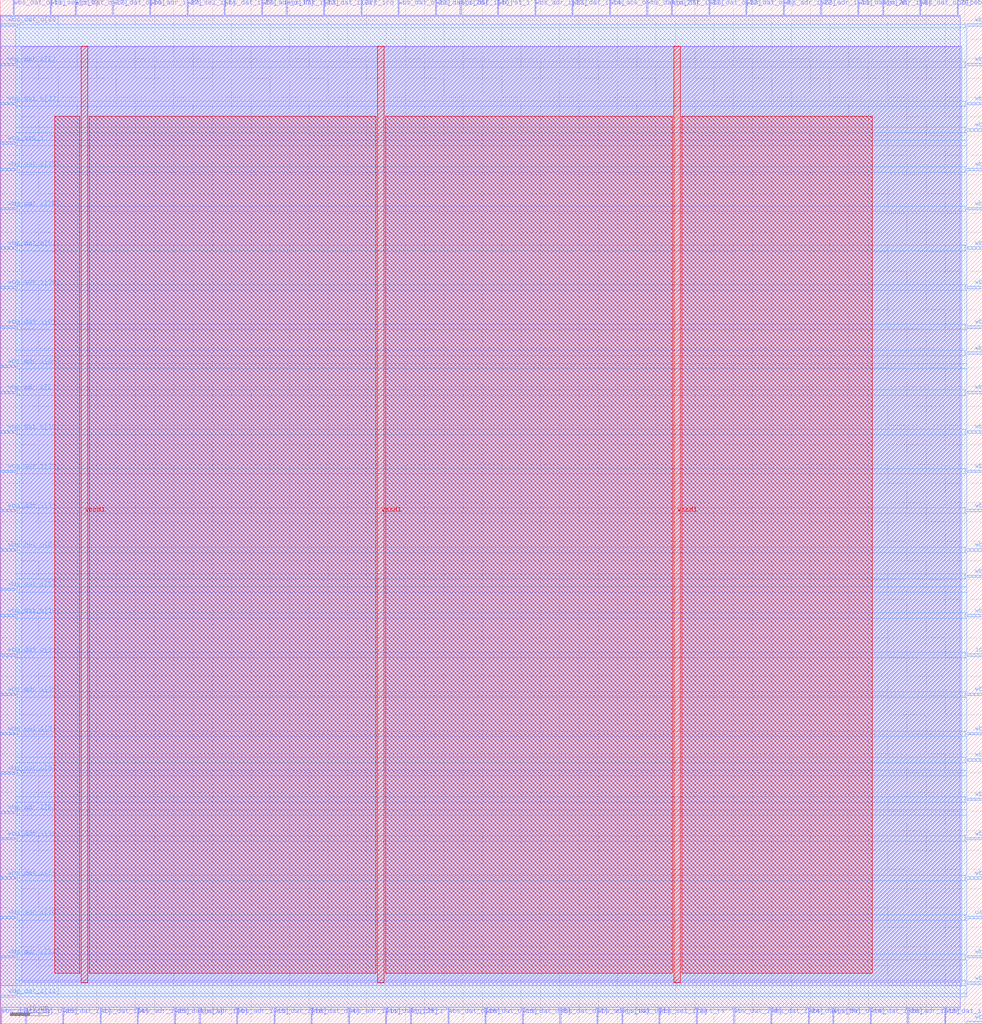
<source format=lef>
VERSION 5.7 ;
  NOWIREEXTENSIONATPIN ON ;
  DIVIDERCHAR "/" ;
  BUSBITCHARS "[]" ;
MACRO uart_macro_wrapper
  CLASS BLOCK ;
  FOREIGN uart_macro_wrapper ;
  ORIGIN 0.000 0.000 ;
  SIZE 254.530 BY 265.250 ;
  PIN io_oeb[0]
    DIRECTION OUTPUT TRISTATE ;
    USE SIGNAL ;
    PORT
      LAYER met3 ;
        RECT 250.530 95.240 254.530 95.840 ;
    END
  END io_oeb[0]
  PIN io_oeb[1]
    DIRECTION OUTPUT TRISTATE ;
    USE SIGNAL ;
    PORT
      LAYER met2 ;
        RECT 248.030 261.250 248.310 265.250 ;
    END
  END io_oeb[1]
  PIN uart_irq
    DIRECTION OUTPUT TRISTATE ;
    USE SIGNAL ;
    ANTENNADIFFAREA 2.673000 ;
    PORT
      LAYER met2 ;
        RECT 93.470 261.250 93.750 265.250 ;
    END
  END uart_irq
  PIN uart_rx
    DIRECTION INPUT ;
    USE SIGNAL ;
    ANTENNAGATEAREA 0.196500 ;
    PORT
      LAYER met2 ;
        RECT 180.410 0.000 180.690 4.000 ;
    END
  END uart_rx
  PIN uart_tx
    DIRECTION OUTPUT TRISTATE ;
    USE SIGNAL ;
    ANTENNADIFFAREA 2.673000 ;
    PORT
      LAYER met3 ;
        RECT 250.530 27.240 254.530 27.840 ;
    END
  END uart_tx
  PIN vccd1
    DIRECTION INOUT ;
    USE POWER ;
    PORT
      LAYER met4 ;
        RECT 21.040 10.640 22.640 253.200 ;
    END
    PORT
      LAYER met4 ;
        RECT 174.640 10.640 176.240 253.200 ;
    END
  END vccd1
  PIN vssd1
    DIRECTION INOUT ;
    USE GROUND ;
    PORT
      LAYER met4 ;
        RECT 97.840 10.640 99.440 253.200 ;
    END
  END vssd1
  PIN wb_clk_i
    DIRECTION INPUT ;
    USE SIGNAL ;
    ANTENNAGATEAREA 0.852000 ;
    PORT
      LAYER met2 ;
        RECT 106.350 0.000 106.630 4.000 ;
    END
  END wb_clk_i
  PIN wb_rst_i
    DIRECTION INPUT ;
    USE SIGNAL ;
    ANTENNAGATEAREA 0.196500 ;
    PORT
      LAYER met2 ;
        RECT 128.890 261.250 129.170 265.250 ;
    END
  END wb_rst_i
  PIN wbs_ack_o
    DIRECTION OUTPUT TRISTATE ;
    USE SIGNAL ;
    ANTENNADIFFAREA 2.673000 ;
    PORT
      LAYER met2 ;
        RECT 157.870 261.250 158.150 265.250 ;
    END
  END wbs_ack_o
  PIN wbs_adr_i[0]
    DIRECTION INPUT ;
    USE SIGNAL ;
    ANTENNAGATEAREA 0.126000 ;
    PORT
      LAYER met2 ;
        RECT 51.610 0.000 51.890 4.000 ;
    END
  END wbs_adr_i[0]
  PIN wbs_adr_i[10]
    DIRECTION INPUT ;
    USE SIGNAL ;
    ANTENNAGATEAREA 0.126000 ;
    PORT
      LAYER met3 ;
        RECT 0.000 27.240 4.000 27.840 ;
    END
  END wbs_adr_i[10]
  PIN wbs_adr_i[11]
    DIRECTION INPUT ;
    USE SIGNAL ;
    ANTENNAGATEAREA 0.196500 ;
    PORT
      LAYER met2 ;
        RECT 90.250 0.000 90.530 4.000 ;
    END
  END wbs_adr_i[11]
  PIN wbs_adr_i[12]
    DIRECTION INPUT ;
    USE SIGNAL ;
    ANTENNAGATEAREA 0.213000 ;
    PORT
      LAYER met2 ;
        RECT 235.150 0.000 235.430 4.000 ;
    END
  END wbs_adr_i[12]
  PIN wbs_adr_i[13]
    DIRECTION INPUT ;
    USE SIGNAL ;
    ANTENNAGATEAREA 0.126000 ;
    PORT
      LAYER met3 ;
        RECT 250.530 231.240 254.530 231.840 ;
    END
  END wbs_adr_i[13]
  PIN wbs_adr_i[14]
    DIRECTION INPUT ;
    USE SIGNAL ;
    ANTENNAGATEAREA 0.126000 ;
    PORT
      LAYER met2 ;
        RECT 154.650 0.000 154.930 4.000 ;
    END
  END wbs_adr_i[14]
  PIN wbs_adr_i[15]
    DIRECTION INPUT ;
    USE SIGNAL ;
    ANTENNAGATEAREA 0.126000 ;
    PORT
      LAYER met3 ;
        RECT 0.000 85.040 4.000 85.640 ;
    END
  END wbs_adr_i[15]
  PIN wbs_adr_i[16]
    DIRECTION INPUT ;
    USE SIGNAL ;
    PORT
      LAYER met3 ;
        RECT 250.530 210.840 254.530 211.440 ;
    END
  END wbs_adr_i[16]
  PIN wbs_adr_i[17]
    DIRECTION INPUT ;
    USE SIGNAL ;
    PORT
      LAYER met2 ;
        RECT 67.710 261.250 67.990 265.250 ;
    END
  END wbs_adr_i[17]
  PIN wbs_adr_i[18]
    DIRECTION INPUT ;
    USE SIGNAL ;
    PORT
      LAYER met2 ;
        RECT 61.270 0.000 61.550 4.000 ;
    END
  END wbs_adr_i[18]
  PIN wbs_adr_i[19]
    DIRECTION INPUT ;
    USE SIGNAL ;
    PORT
      LAYER met3 ;
        RECT 0.000 47.640 4.000 48.240 ;
    END
  END wbs_adr_i[19]
  PIN wbs_adr_i[1]
    DIRECTION INPUT ;
    USE SIGNAL ;
    ANTENNAGATEAREA 0.126000 ;
    PORT
      LAYER met3 ;
        RECT 250.530 105.440 254.530 106.040 ;
    END
  END wbs_adr_i[1]
  PIN wbs_adr_i[20]
    DIRECTION INPUT ;
    USE SIGNAL ;
    PORT
      LAYER met3 ;
        RECT 0.000 170.040 4.000 170.640 ;
    END
  END wbs_adr_i[20]
  PIN wbs_adr_i[21]
    DIRECTION INPUT ;
    USE SIGNAL ;
    PORT
      LAYER met3 ;
        RECT 250.530 238.040 254.530 238.640 ;
    END
  END wbs_adr_i[21]
  PIN wbs_adr_i[22]
    DIRECTION INPUT ;
    USE SIGNAL ;
    PORT
      LAYER met2 ;
        RECT 202.950 261.250 203.230 265.250 ;
    END
  END wbs_adr_i[22]
  PIN wbs_adr_i[23]
    DIRECTION INPUT ;
    USE SIGNAL ;
    PORT
      LAYER met2 ;
        RECT 138.550 261.250 138.830 265.250 ;
    END
  END wbs_adr_i[23]
  PIN wbs_adr_i[24]
    DIRECTION INPUT ;
    USE SIGNAL ;
    PORT
      LAYER met3 ;
        RECT 0.000 163.240 4.000 163.840 ;
    END
  END wbs_adr_i[24]
  PIN wbs_adr_i[25]
    DIRECTION INPUT ;
    USE SIGNAL ;
    PORT
      LAYER met2 ;
        RECT 35.510 0.000 35.790 4.000 ;
    END
  END wbs_adr_i[25]
  PIN wbs_adr_i[26]
    DIRECTION INPUT ;
    USE SIGNAL ;
    PORT
      LAYER met3 ;
        RECT 0.000 190.440 4.000 191.040 ;
    END
  END wbs_adr_i[26]
  PIN wbs_adr_i[27]
    DIRECTION INPUT ;
    USE SIGNAL ;
    PORT
      LAYER met2 ;
        RECT 38.730 261.250 39.010 265.250 ;
    END
  END wbs_adr_i[27]
  PIN wbs_adr_i[28]
    DIRECTION INPUT ;
    USE SIGNAL ;
    PORT
      LAYER met3 ;
        RECT 250.530 248.240 254.530 248.840 ;
    END
  END wbs_adr_i[28]
  PIN wbs_adr_i[29]
    DIRECTION INPUT ;
    USE SIGNAL ;
    PORT
      LAYER met3 ;
        RECT 0.000 142.840 4.000 143.440 ;
    END
  END wbs_adr_i[29]
  PIN wbs_adr_i[2]
    DIRECTION INPUT ;
    USE SIGNAL ;
    ANTENNAGATEAREA 0.126000 ;
    PORT
      LAYER met3 ;
        RECT 250.530 74.840 254.530 75.440 ;
    END
  END wbs_adr_i[2]
  PIN wbs_adr_i[30]
    DIRECTION INPUT ;
    USE SIGNAL ;
    PORT
      LAYER met2 ;
        RECT 212.610 261.250 212.890 265.250 ;
    END
  END wbs_adr_i[30]
  PIN wbs_adr_i[31]
    DIRECTION INPUT ;
    USE SIGNAL ;
    PORT
      LAYER met3 ;
        RECT 0.000 17.040 4.000 17.640 ;
    END
  END wbs_adr_i[31]
  PIN wbs_adr_i[3]
    DIRECTION INPUT ;
    USE SIGNAL ;
    ANTENNAGATEAREA 0.126000 ;
    PORT
      LAYER met3 ;
        RECT 250.530 68.040 254.530 68.640 ;
    END
  END wbs_adr_i[3]
  PIN wbs_adr_i[4]
    DIRECTION INPUT ;
    USE SIGNAL ;
    ANTENNAGATEAREA 0.126000 ;
    PORT
      LAYER met3 ;
        RECT 250.530 221.040 254.530 221.640 ;
    END
  END wbs_adr_i[4]
  PIN wbs_adr_i[5]
    DIRECTION INPUT ;
    USE SIGNAL ;
    ANTENNAGATEAREA 0.126000 ;
    PORT
      LAYER met3 ;
        RECT 250.530 190.440 254.530 191.040 ;
    END
  END wbs_adr_i[5]
  PIN wbs_adr_i[6]
    DIRECTION INPUT ;
    USE SIGNAL ;
    ANTENNAGATEAREA 0.126000 ;
    PORT
      LAYER met3 ;
        RECT 250.530 173.440 254.530 174.040 ;
    END
  END wbs_adr_i[6]
  PIN wbs_adr_i[7]
    DIRECTION INPUT ;
    USE SIGNAL ;
    ANTENNAGATEAREA 0.159000 ;
    PORT
      LAYER met3 ;
        RECT 0.000 132.640 4.000 133.240 ;
    END
  END wbs_adr_i[7]
  PIN wbs_adr_i[8]
    DIRECTION INPUT ;
    USE SIGNAL ;
    ANTENNAGATEAREA 0.126000 ;
    PORT
      LAYER met2 ;
        RECT 228.710 261.250 228.990 265.250 ;
    END
  END wbs_adr_i[8]
  PIN wbs_adr_i[9]
    DIRECTION INPUT ;
    USE SIGNAL ;
    ANTENNAGATEAREA 0.126000 ;
    PORT
      LAYER met3 ;
        RECT 0.000 54.440 4.000 55.040 ;
    END
  END wbs_adr_i[9]
  PIN wbs_cyc_i
    DIRECTION INPUT ;
    USE SIGNAL ;
    ANTENNAGATEAREA 0.126000 ;
    PORT
      LAYER met3 ;
        RECT 250.530 47.640 254.530 48.240 ;
    END
  END wbs_cyc_i
  PIN wbs_dat_i[0]
    DIRECTION INPUT ;
    USE SIGNAL ;
    ANTENNAGATEAREA 0.560700 ;
    ANTENNADIFFAREA 0.434700 ;
    PORT
      LAYER met3 ;
        RECT 0.000 180.240 4.000 180.840 ;
    END
  END wbs_dat_i[0]
  PIN wbs_dat_i[10]
    DIRECTION INPUT ;
    USE SIGNAL ;
    ANTENNAGATEAREA 0.126000 ;
    PORT
      LAYER met2 ;
        RECT 119.230 261.250 119.510 265.250 ;
    END
  END wbs_dat_i[10]
  PIN wbs_dat_i[11]
    DIRECTION INPUT ;
    USE SIGNAL ;
    ANTENNAGATEAREA 0.126000 ;
    PORT
      LAYER met3 ;
        RECT 0.000 6.840 4.000 7.440 ;
    END
  END wbs_dat_i[11]
  PIN wbs_dat_i[12]
    DIRECTION INPUT ;
    USE SIGNAL ;
    ANTENNAGATEAREA 0.126000 ;
    PORT
      LAYER met3 ;
        RECT 250.530 132.640 254.530 133.240 ;
    END
  END wbs_dat_i[12]
  PIN wbs_dat_i[13]
    DIRECTION INPUT ;
    USE SIGNAL ;
    ANTENNAGATEAREA 0.126000 ;
    PORT
      LAYER met2 ;
        RECT 74.150 261.250 74.430 265.250 ;
    END
  END wbs_dat_i[13]
  PIN wbs_dat_i[14]
    DIRECTION INPUT ;
    USE SIGNAL ;
    ANTENNAGATEAREA 0.126000 ;
    PORT
      LAYER met2 ;
        RECT 148.210 261.250 148.490 265.250 ;
    END
  END wbs_dat_i[14]
  PIN wbs_dat_i[15]
    DIRECTION INPUT ;
    USE SIGNAL ;
    ANTENNAGATEAREA 0.126000 ;
    PORT
      LAYER met3 ;
        RECT 0.000 221.040 4.000 221.640 ;
    END
  END wbs_dat_i[15]
  PIN wbs_dat_i[16]
    DIRECTION INPUT ;
    USE SIGNAL ;
    PORT
      LAYER met2 ;
        RECT 70.930 0.000 71.210 4.000 ;
    END
  END wbs_dat_i[16]
  PIN wbs_dat_i[17]
    DIRECTION INPUT ;
    USE SIGNAL ;
    PORT
      LAYER met3 ;
        RECT 250.530 57.840 254.530 58.440 ;
    END
  END wbs_dat_i[17]
  PIN wbs_dat_i[18]
    DIRECTION INPUT ;
    USE SIGNAL ;
    PORT
      LAYER met3 ;
        RECT 250.530 17.040 254.530 17.640 ;
    END
  END wbs_dat_i[18]
  PIN wbs_dat_i[19]
    DIRECTION INPUT ;
    USE SIGNAL ;
    PORT
      LAYER met3 ;
        RECT 250.530 153.040 254.530 153.640 ;
    END
  END wbs_dat_i[19]
  PIN wbs_dat_i[1]
    DIRECTION INPUT ;
    USE SIGNAL ;
    ANTENNAGATEAREA 0.126000 ;
    PORT
      LAYER met2 ;
        RECT 16.190 0.000 16.470 4.000 ;
    END
  END wbs_dat_i[1]
  PIN wbs_dat_i[20]
    DIRECTION INPUT ;
    USE SIGNAL ;
    PORT
      LAYER met2 ;
        RECT 225.490 0.000 225.770 4.000 ;
    END
  END wbs_dat_i[20]
  PIN wbs_dat_i[21]
    DIRECTION INPUT ;
    USE SIGNAL ;
    PORT
      LAYER met2 ;
        RECT 83.810 261.250 84.090 265.250 ;
    END
  END wbs_dat_i[21]
  PIN wbs_dat_i[22]
    DIRECTION INPUT ;
    USE SIGNAL ;
    PORT
      LAYER met3 ;
        RECT 250.530 258.440 254.530 259.040 ;
    END
  END wbs_dat_i[22]
  PIN wbs_dat_i[23]
    DIRECTION INPUT ;
    USE SIGNAL ;
    PORT
      LAYER met3 ;
        RECT 250.530 10.240 254.530 10.840 ;
    END
  END wbs_dat_i[23]
  PIN wbs_dat_i[24]
    DIRECTION INPUT ;
    USE SIGNAL ;
    PORT
      LAYER met2 ;
        RECT 199.730 0.000 200.010 4.000 ;
    END
  END wbs_dat_i[24]
  PIN wbs_dat_i[25]
    DIRECTION INPUT ;
    USE SIGNAL ;
    PORT
      LAYER met2 ;
        RECT 99.910 0.000 100.190 4.000 ;
    END
  END wbs_dat_i[25]
  PIN wbs_dat_i[26]
    DIRECTION INPUT ;
    USE SIGNAL ;
    PORT
      LAYER met2 ;
        RECT 112.790 261.250 113.070 265.250 ;
    END
  END wbs_dat_i[26]
  PIN wbs_dat_i[27]
    DIRECTION INPUT ;
    USE SIGNAL ;
    PORT
      LAYER met2 ;
        RECT 58.050 261.250 58.330 265.250 ;
    END
  END wbs_dat_i[27]
  PIN wbs_dat_i[28]
    DIRECTION INPUT ;
    USE SIGNAL ;
    PORT
      LAYER met3 ;
        RECT 0.000 210.840 4.000 211.440 ;
    END
  END wbs_dat_i[28]
  PIN wbs_dat_i[29]
    DIRECTION INPUT ;
    USE SIGNAL ;
    PORT
      LAYER met3 ;
        RECT 250.530 0.040 254.530 0.640 ;
    END
  END wbs_dat_i[29]
  PIN wbs_dat_i[2]
    DIRECTION INPUT ;
    USE SIGNAL ;
    ANTENNAGATEAREA 0.126000 ;
    PORT
      LAYER met3 ;
        RECT 0.000 248.240 4.000 248.840 ;
    END
  END wbs_dat_i[2]
  PIN wbs_dat_i[30]
    DIRECTION INPUT ;
    USE SIGNAL ;
    PORT
      LAYER met2 ;
        RECT 209.390 0.000 209.670 4.000 ;
    END
  END wbs_dat_i[30]
  PIN wbs_dat_i[31]
    DIRECTION INPUT ;
    USE SIGNAL ;
    PORT
      LAYER met2 ;
        RECT 173.970 261.250 174.250 265.250 ;
    END
  END wbs_dat_i[31]
  PIN wbs_dat_i[3]
    DIRECTION INPUT ;
    USE SIGNAL ;
    ANTENNAGATEAREA 0.126000 ;
    PORT
      LAYER met3 ;
        RECT 0.000 37.440 4.000 38.040 ;
    END
  END wbs_dat_i[3]
  PIN wbs_dat_i[4]
    DIRECTION INPUT ;
    USE SIGNAL ;
    ANTENNAGATEAREA 0.126000 ;
    PORT
      LAYER met2 ;
        RECT 25.850 0.000 26.130 4.000 ;
    END
  END wbs_dat_i[4]
  PIN wbs_dat_i[5]
    DIRECTION INPUT ;
    USE SIGNAL ;
    ANTENNAGATEAREA 0.126000 ;
    PORT
      LAYER met3 ;
        RECT 0.000 112.240 4.000 112.840 ;
    END
  END wbs_dat_i[5]
  PIN wbs_dat_i[6]
    DIRECTION INPUT ;
    USE SIGNAL ;
    ANTENNAGATEAREA 0.126000 ;
    PORT
      LAYER met2 ;
        RECT 244.810 0.000 245.090 4.000 ;
    END
  END wbs_dat_i[6]
  PIN wbs_dat_i[7]
    DIRECTION INPUT ;
    USE SIGNAL ;
    ANTENNAGATEAREA 0.126000 ;
    PORT
      LAYER met3 ;
        RECT 250.530 142.840 254.530 143.440 ;
    END
  END wbs_dat_i[7]
  PIN wbs_dat_i[8]
    DIRECTION INPUT ;
    USE SIGNAL ;
    ANTENNAGATEAREA 0.126000 ;
    PORT
      LAYER met3 ;
        RECT 250.530 85.040 254.530 85.640 ;
    END
  END wbs_dat_i[8]
  PIN wbs_dat_i[9]
    DIRECTION INPUT ;
    USE SIGNAL ;
    ANTENNAGATEAREA 0.126000 ;
    PORT
      LAYER met2 ;
        RECT 190.070 0.000 190.350 4.000 ;
    END
  END wbs_dat_i[9]
  PIN wbs_dat_o[0]
    DIRECTION OUTPUT TRISTATE ;
    USE SIGNAL ;
    ANTENNADIFFAREA 2.673000 ;
    PORT
      LAYER met3 ;
        RECT 0.000 200.640 4.000 201.240 ;
    END
  END wbs_dat_o[0]
  PIN wbs_dat_o[10]
    DIRECTION OUTPUT TRISTATE ;
    USE SIGNAL ;
    ANTENNADIFFAREA 2.673000 ;
    PORT
      LAYER met3 ;
        RECT 0.000 153.040 4.000 153.640 ;
    END
  END wbs_dat_o[10]
  PIN wbs_dat_o[11]
    DIRECTION OUTPUT TRISTATE ;
    USE SIGNAL ;
    ANTENNADIFFAREA 2.673000 ;
    PORT
      LAYER met2 ;
        RECT 3.310 261.250 3.590 265.250 ;
    END
  END wbs_dat_o[11]
  PIN wbs_dat_o[12]
    DIRECTION OUTPUT TRISTATE ;
    USE SIGNAL ;
    ANTENNADIFFAREA 2.673000 ;
    PORT
      LAYER met3 ;
        RECT 250.530 115.640 254.530 116.240 ;
    END
  END wbs_dat_o[12]
  PIN wbs_dat_o[13]
    DIRECTION OUTPUT TRISTATE ;
    USE SIGNAL ;
    ANTENNADIFFAREA 2.673000 ;
    PORT
      LAYER met3 ;
        RECT 250.530 180.240 254.530 180.840 ;
    END
  END wbs_dat_o[13]
  PIN wbs_dat_o[14]
    DIRECTION OUTPUT TRISTATE ;
    USE SIGNAL ;
    ANTENNADIFFAREA 2.673000 ;
    PORT
      LAYER met2 ;
        RECT 215.830 0.000 216.110 4.000 ;
    END
  END wbs_dat_o[14]
  PIN wbs_dat_o[15]
    DIRECTION OUTPUT TRISTATE ;
    USE SIGNAL ;
    ANTENNADIFFAREA 2.673000 ;
    PORT
      LAYER met3 ;
        RECT 250.530 200.640 254.530 201.240 ;
    END
  END wbs_dat_o[15]
  PIN wbs_dat_o[16]
    DIRECTION OUTPUT TRISTATE ;
    USE SIGNAL ;
    ANTENNADIFFAREA 2.673000 ;
    PORT
      LAYER met2 ;
        RECT 125.670 0.000 125.950 4.000 ;
    END
  END wbs_dat_o[16]
  PIN wbs_dat_o[17]
    DIRECTION OUTPUT TRISTATE ;
    USE SIGNAL ;
    PORT
      LAYER met2 ;
        RECT 19.410 261.250 19.690 265.250 ;
    END
  END wbs_dat_o[17]
  PIN wbs_dat_o[18]
    DIRECTION OUTPUT TRISTATE ;
    USE SIGNAL ;
    ANTENNADIFFAREA 2.673000 ;
    PORT
      LAYER met3 ;
        RECT 0.000 105.440 4.000 106.040 ;
    END
  END wbs_dat_o[18]
  PIN wbs_dat_o[19]
    DIRECTION OUTPUT TRISTATE ;
    USE SIGNAL ;
    ANTENNADIFFAREA 2.673000 ;
    PORT
      LAYER met2 ;
        RECT 0.090 0.000 0.370 4.000 ;
    END
  END wbs_dat_o[19]
  PIN wbs_dat_o[1]
    DIRECTION OUTPUT TRISTATE ;
    USE SIGNAL ;
    ANTENNADIFFAREA 2.673000 ;
    PORT
      LAYER met2 ;
        RECT 161.090 0.000 161.370 4.000 ;
    END
  END wbs_dat_o[1]
  PIN wbs_dat_o[20]
    DIRECTION OUTPUT TRISTATE ;
    USE SIGNAL ;
    PORT
      LAYER met2 ;
        RECT 29.070 261.250 29.350 265.250 ;
    END
  END wbs_dat_o[20]
  PIN wbs_dat_o[21]
    DIRECTION OUTPUT TRISTATE ;
    USE SIGNAL ;
    ANTENNADIFFAREA 2.673000 ;
    PORT
      LAYER met2 ;
        RECT 103.130 261.250 103.410 265.250 ;
    END
  END wbs_dat_o[21]
  PIN wbs_dat_o[22]
    DIRECTION OUTPUT TRISTATE ;
    USE SIGNAL ;
    PORT
      LAYER met2 ;
        RECT 183.630 261.250 183.910 265.250 ;
    END
  END wbs_dat_o[22]
  PIN wbs_dat_o[23]
    DIRECTION OUTPUT TRISTATE ;
    USE SIGNAL ;
    ANTENNADIFFAREA 2.673000 ;
    PORT
      LAYER met3 ;
        RECT 0.000 238.040 4.000 238.640 ;
    END
  END wbs_dat_o[23]
  PIN wbs_dat_o[24]
    DIRECTION OUTPUT TRISTATE ;
    USE SIGNAL ;
    PORT
      LAYER met3 ;
        RECT 0.000 122.440 4.000 123.040 ;
    END
  END wbs_dat_o[24]
  PIN wbs_dat_o[25]
    DIRECTION OUTPUT TRISTATE ;
    USE SIGNAL ;
    ANTENNADIFFAREA 2.673000 ;
    PORT
      LAYER met2 ;
        RECT 6.530 0.000 6.810 4.000 ;
    END
  END wbs_dat_o[25]
  PIN wbs_dat_o[26]
    DIRECTION OUTPUT TRISTATE ;
    USE SIGNAL ;
    ANTENNADIFFAREA 2.673000 ;
    PORT
      LAYER met2 ;
        RECT 222.270 261.250 222.550 265.250 ;
    END
  END wbs_dat_o[26]
  PIN wbs_dat_o[27]
    DIRECTION OUTPUT TRISTATE ;
    USE SIGNAL ;
    ANTENNADIFFAREA 2.673000 ;
    PORT
      LAYER met2 ;
        RECT 167.530 261.250 167.810 265.250 ;
    END
  END wbs_dat_o[27]
  PIN wbs_dat_o[28]
    DIRECTION OUTPUT TRISTATE ;
    USE SIGNAL ;
    ANTENNADIFFAREA 2.673000 ;
    PORT
      LAYER met2 ;
        RECT 116.010 0.000 116.290 4.000 ;
    END
  END wbs_dat_o[28]
  PIN wbs_dat_o[29]
    DIRECTION OUTPUT TRISTATE ;
    USE SIGNAL ;
    PORT
      LAYER met2 ;
        RECT 238.370 261.250 238.650 265.250 ;
    END
  END wbs_dat_o[29]
  PIN wbs_dat_o[2]
    DIRECTION OUTPUT TRISTATE ;
    USE SIGNAL ;
    ANTENNADIFFAREA 2.673000 ;
    PORT
      LAYER met3 ;
        RECT 250.530 37.440 254.530 38.040 ;
    END
  END wbs_dat_o[2]
  PIN wbs_dat_o[30]
    DIRECTION OUTPUT TRISTATE ;
    USE SIGNAL ;
    ANTENNADIFFAREA 2.673000 ;
    PORT
      LAYER met3 ;
        RECT 0.000 258.440 4.000 259.040 ;
    END
  END wbs_dat_o[30]
  PIN wbs_dat_o[31]
    DIRECTION OUTPUT TRISTATE ;
    USE SIGNAL ;
    ANTENNADIFFAREA 2.673000 ;
    PORT
      LAYER met3 ;
        RECT 0.000 95.240 4.000 95.840 ;
    END
  END wbs_dat_o[31]
  PIN wbs_dat_o[3]
    DIRECTION OUTPUT TRISTATE ;
    USE SIGNAL ;
    ANTENNADIFFAREA 2.673000 ;
    PORT
      LAYER met2 ;
        RECT 45.170 0.000 45.450 4.000 ;
    END
  END wbs_dat_o[3]
  PIN wbs_dat_o[4]
    DIRECTION OUTPUT TRISTATE ;
    USE SIGNAL ;
    ANTENNADIFFAREA 2.673000 ;
    PORT
      LAYER met2 ;
        RECT 80.590 0.000 80.870 4.000 ;
    END
  END wbs_dat_o[4]
  PIN wbs_dat_o[5]
    DIRECTION OUTPUT TRISTATE ;
    USE SIGNAL ;
    ANTENNADIFFAREA 2.673000 ;
    PORT
      LAYER met2 ;
        RECT 135.330 0.000 135.610 4.000 ;
    END
  END wbs_dat_o[5]
  PIN wbs_dat_o[6]
    DIRECTION OUTPUT TRISTATE ;
    USE SIGNAL ;
    ANTENNADIFFAREA 2.673000 ;
    PORT
      LAYER met3 ;
        RECT 250.530 163.240 254.530 163.840 ;
    END
  END wbs_dat_o[6]
  PIN wbs_dat_o[7]
    DIRECTION OUTPUT TRISTATE ;
    USE SIGNAL ;
    ANTENNADIFFAREA 2.673000 ;
    PORT
      LAYER met2 ;
        RECT 144.990 0.000 145.270 4.000 ;
    END
  END wbs_dat_o[7]
  PIN wbs_dat_o[8]
    DIRECTION OUTPUT TRISTATE ;
    USE SIGNAL ;
    ANTENNADIFFAREA 2.673000 ;
    PORT
      LAYER met3 ;
        RECT 0.000 64.640 4.000 65.240 ;
    END
  END wbs_dat_o[8]
  PIN wbs_dat_o[9]
    DIRECTION OUTPUT TRISTATE ;
    USE SIGNAL ;
    ANTENNADIFFAREA 2.673000 ;
    PORT
      LAYER met2 ;
        RECT 193.290 261.250 193.570 265.250 ;
    END
  END wbs_dat_o[9]
  PIN wbs_sel_i[0]
    DIRECTION INPUT ;
    USE SIGNAL ;
    PORT
      LAYER met2 ;
        RECT 12.970 261.250 13.250 265.250 ;
    END
  END wbs_sel_i[0]
  PIN wbs_sel_i[1]
    DIRECTION INPUT ;
    USE SIGNAL ;
    PORT
      LAYER met2 ;
        RECT 48.390 261.250 48.670 265.250 ;
    END
  END wbs_sel_i[1]
  PIN wbs_sel_i[2]
    DIRECTION INPUT ;
    USE SIGNAL ;
    PORT
      LAYER met2 ;
        RECT 170.750 0.000 171.030 4.000 ;
    END
  END wbs_sel_i[2]
  PIN wbs_sel_i[3]
    DIRECTION INPUT ;
    USE SIGNAL ;
    PORT
      LAYER met3 ;
        RECT 0.000 74.840 4.000 75.440 ;
    END
  END wbs_sel_i[3]
  PIN wbs_stb_i
    DIRECTION INPUT ;
    USE SIGNAL ;
    ANTENNAGATEAREA 0.159000 ;
    PORT
      LAYER met3 ;
        RECT 0.000 227.840 4.000 228.440 ;
    END
  END wbs_stb_i
  PIN wbs_we_i
    DIRECTION INPUT ;
    USE SIGNAL ;
    ANTENNAGATEAREA 0.126000 ;
    PORT
      LAYER met3 ;
        RECT 250.530 122.440 254.530 123.040 ;
    END
  END wbs_we_i
  OBS
      LAYER li1 ;
        RECT 5.520 10.795 248.860 253.045 ;
      LAYER met1 ;
        RECT 0.070 9.900 249.160 253.200 ;
      LAYER met2 ;
        RECT 0.100 260.970 3.030 261.250 ;
        RECT 3.870 260.970 12.690 261.250 ;
        RECT 13.530 260.970 19.130 261.250 ;
        RECT 19.970 260.970 28.790 261.250 ;
        RECT 29.630 260.970 38.450 261.250 ;
        RECT 39.290 260.970 48.110 261.250 ;
        RECT 48.950 260.970 57.770 261.250 ;
        RECT 58.610 260.970 67.430 261.250 ;
        RECT 68.270 260.970 73.870 261.250 ;
        RECT 74.710 260.970 83.530 261.250 ;
        RECT 84.370 260.970 93.190 261.250 ;
        RECT 94.030 260.970 102.850 261.250 ;
        RECT 103.690 260.970 112.510 261.250 ;
        RECT 113.350 260.970 118.950 261.250 ;
        RECT 119.790 260.970 128.610 261.250 ;
        RECT 129.450 260.970 138.270 261.250 ;
        RECT 139.110 260.970 147.930 261.250 ;
        RECT 148.770 260.970 157.590 261.250 ;
        RECT 158.430 260.970 167.250 261.250 ;
        RECT 168.090 260.970 173.690 261.250 ;
        RECT 174.530 260.970 183.350 261.250 ;
        RECT 184.190 260.970 193.010 261.250 ;
        RECT 193.850 260.970 202.670 261.250 ;
        RECT 203.510 260.970 212.330 261.250 ;
        RECT 213.170 260.970 221.990 261.250 ;
        RECT 222.830 260.970 228.430 261.250 ;
        RECT 229.270 260.970 238.090 261.250 ;
        RECT 238.930 260.970 247.750 261.250 ;
        RECT 248.590 260.970 248.770 261.250 ;
        RECT 0.100 4.280 248.770 260.970 ;
        RECT 0.650 3.670 6.250 4.280 ;
        RECT 7.090 3.670 15.910 4.280 ;
        RECT 16.750 3.670 25.570 4.280 ;
        RECT 26.410 3.670 35.230 4.280 ;
        RECT 36.070 3.670 44.890 4.280 ;
        RECT 45.730 3.670 51.330 4.280 ;
        RECT 52.170 3.670 60.990 4.280 ;
        RECT 61.830 3.670 70.650 4.280 ;
        RECT 71.490 3.670 80.310 4.280 ;
        RECT 81.150 3.670 89.970 4.280 ;
        RECT 90.810 3.670 99.630 4.280 ;
        RECT 100.470 3.670 106.070 4.280 ;
        RECT 106.910 3.670 115.730 4.280 ;
        RECT 116.570 3.670 125.390 4.280 ;
        RECT 126.230 3.670 135.050 4.280 ;
        RECT 135.890 3.670 144.710 4.280 ;
        RECT 145.550 3.670 154.370 4.280 ;
        RECT 155.210 3.670 160.810 4.280 ;
        RECT 161.650 3.670 170.470 4.280 ;
        RECT 171.310 3.670 180.130 4.280 ;
        RECT 180.970 3.670 189.790 4.280 ;
        RECT 190.630 3.670 199.450 4.280 ;
        RECT 200.290 3.670 209.110 4.280 ;
        RECT 209.950 3.670 215.550 4.280 ;
        RECT 216.390 3.670 225.210 4.280 ;
        RECT 226.050 3.670 234.870 4.280 ;
        RECT 235.710 3.670 244.530 4.280 ;
        RECT 245.370 3.670 248.770 4.280 ;
      LAYER met3 ;
        RECT 4.400 258.040 250.130 258.905 ;
        RECT 4.000 249.240 250.530 258.040 ;
        RECT 4.400 247.840 250.130 249.240 ;
        RECT 4.000 239.040 250.530 247.840 ;
        RECT 4.400 237.640 250.130 239.040 ;
        RECT 4.000 232.240 250.530 237.640 ;
        RECT 4.000 230.840 250.130 232.240 ;
        RECT 4.000 228.840 250.530 230.840 ;
        RECT 4.400 227.440 250.530 228.840 ;
        RECT 4.000 222.040 250.530 227.440 ;
        RECT 4.400 220.640 250.130 222.040 ;
        RECT 4.000 211.840 250.530 220.640 ;
        RECT 4.400 210.440 250.130 211.840 ;
        RECT 4.000 201.640 250.530 210.440 ;
        RECT 4.400 200.240 250.130 201.640 ;
        RECT 4.000 191.440 250.530 200.240 ;
        RECT 4.400 190.040 250.130 191.440 ;
        RECT 4.000 181.240 250.530 190.040 ;
        RECT 4.400 179.840 250.130 181.240 ;
        RECT 4.000 174.440 250.530 179.840 ;
        RECT 4.000 173.040 250.130 174.440 ;
        RECT 4.000 171.040 250.530 173.040 ;
        RECT 4.400 169.640 250.530 171.040 ;
        RECT 4.000 164.240 250.530 169.640 ;
        RECT 4.400 162.840 250.130 164.240 ;
        RECT 4.000 154.040 250.530 162.840 ;
        RECT 4.400 152.640 250.130 154.040 ;
        RECT 4.000 143.840 250.530 152.640 ;
        RECT 4.400 142.440 250.130 143.840 ;
        RECT 4.000 133.640 250.530 142.440 ;
        RECT 4.400 132.240 250.130 133.640 ;
        RECT 4.000 123.440 250.530 132.240 ;
        RECT 4.400 122.040 250.130 123.440 ;
        RECT 4.000 116.640 250.530 122.040 ;
        RECT 4.000 115.240 250.130 116.640 ;
        RECT 4.000 113.240 250.530 115.240 ;
        RECT 4.400 111.840 250.530 113.240 ;
        RECT 4.000 106.440 250.530 111.840 ;
        RECT 4.400 105.040 250.130 106.440 ;
        RECT 4.000 96.240 250.530 105.040 ;
        RECT 4.400 94.840 250.130 96.240 ;
        RECT 4.000 86.040 250.530 94.840 ;
        RECT 4.400 84.640 250.130 86.040 ;
        RECT 4.000 75.840 250.530 84.640 ;
        RECT 4.400 74.440 250.130 75.840 ;
        RECT 4.000 69.040 250.530 74.440 ;
        RECT 4.000 67.640 250.130 69.040 ;
        RECT 4.000 65.640 250.530 67.640 ;
        RECT 4.400 64.240 250.530 65.640 ;
        RECT 4.000 58.840 250.530 64.240 ;
        RECT 4.000 57.440 250.130 58.840 ;
        RECT 4.000 55.440 250.530 57.440 ;
        RECT 4.400 54.040 250.530 55.440 ;
        RECT 4.000 48.640 250.530 54.040 ;
        RECT 4.400 47.240 250.130 48.640 ;
        RECT 4.000 38.440 250.530 47.240 ;
        RECT 4.400 37.040 250.130 38.440 ;
        RECT 4.000 28.240 250.530 37.040 ;
        RECT 4.400 26.840 250.130 28.240 ;
        RECT 4.000 18.040 250.530 26.840 ;
        RECT 4.400 16.640 250.130 18.040 ;
        RECT 4.000 11.240 250.530 16.640 ;
        RECT 4.000 9.840 250.130 11.240 ;
        RECT 4.000 7.840 250.530 9.840 ;
        RECT 4.400 6.975 250.530 7.840 ;
      LAYER met4 ;
        RECT 14.095 13.095 20.640 235.105 ;
        RECT 23.040 13.095 97.440 235.105 ;
        RECT 99.840 13.095 174.240 235.105 ;
        RECT 176.640 13.095 226.025 235.105 ;
  END
END uart_macro_wrapper
END LIBRARY


</source>
